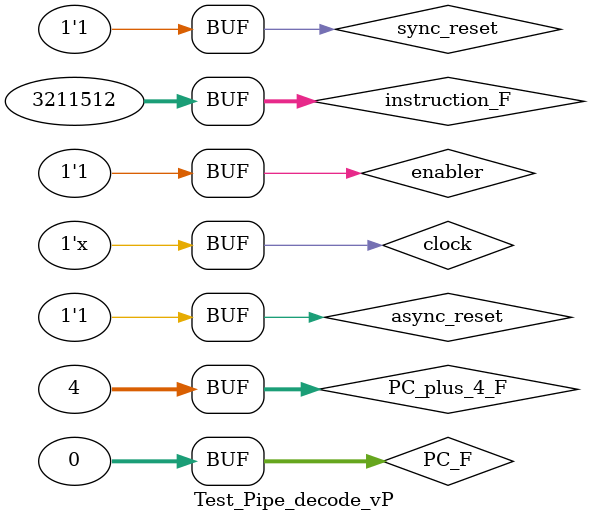
<source format=sv>
`timescale 1ns / 1ps
module Test_Pipe_decode_vP;

  // Inputs
  logic [31:0] instruction_F;
  logic [31:0] PC_F;
  logic [31:0] PC_plus_4_F;
  logic enabler;
  logic clock;
  logic async_reset;
  logic sync_reset;

  // Outputs
  logic [31:0] instruction_D;
  logic [31:0] PC_D;
  logic [31:0] PC_plus_4_D;

  Pipe_decode_vP uut (
    .instruction_F(instruction_F),
    .PC_F(PC_F),
    .PC_plus_4_F(PC_plus_4_F),
    .enabler(enabler),
    .clock(clock),
    .async_reset(async_reset),
    .sync_reset(sync_reset),
    .instruction_D(instruction_D),
    .PC_D(PC_D),
    .PC_plus_4_D(PC_plus_4_D)
  );

 
  initial begin
	 
	 clock = 0; async_reset = 0; sync_reset = 1; #10; async_reset = 1; #10;
    enabler = 1;
    instruction_F = 32'h003100F8;
    PC_F = 32'b0;
    PC_plus_4_F = PC_F + 4;
    #10;

  end
  
  always #5 clock = ~clock;

endmodule
</source>
